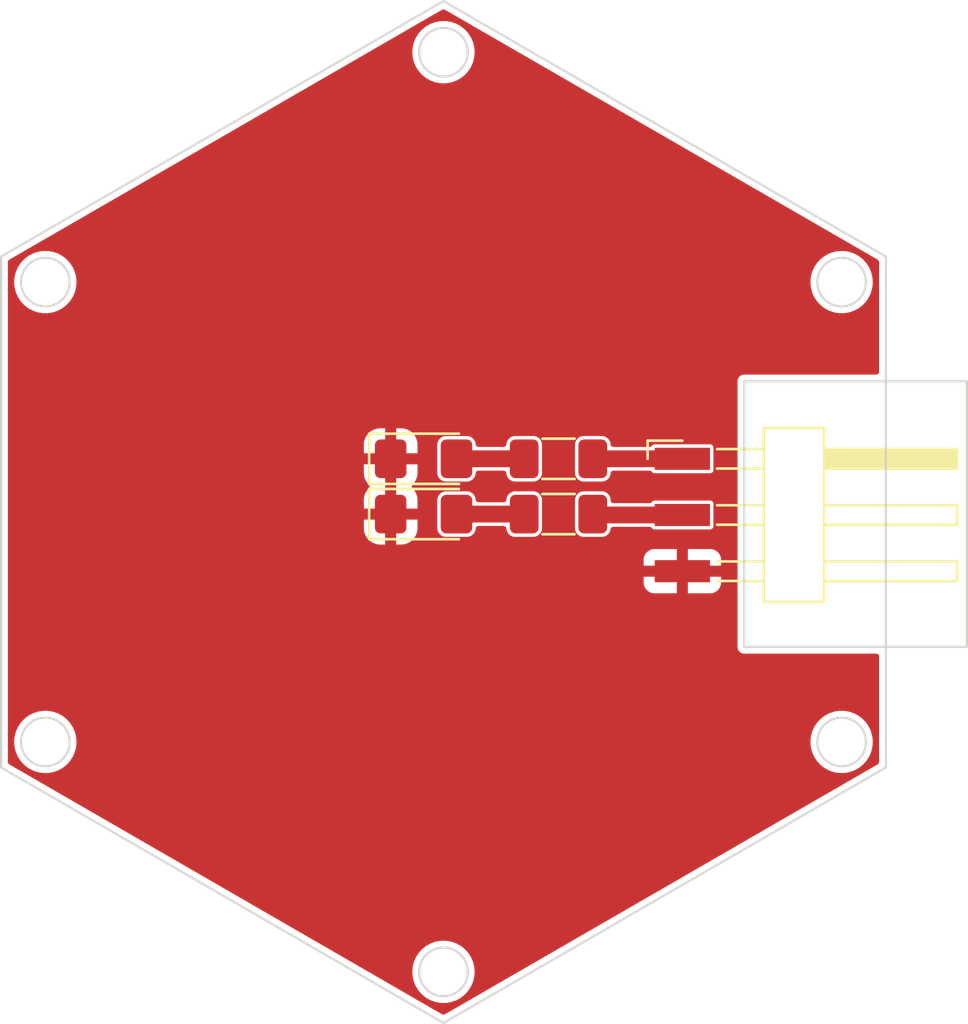
<source format=kicad_pcb>
(kicad_pcb (version 20240108) (generator "pcbnew") (generator_version "8.0")
  (layers (0 "F.Cu" signal) (31 "B.Cu" signal) (34 "B.Paste" user) (35 "F.Paste" user) (36 "B.SilkS" user "B.Silkscreen") (37 "F.SilkS" user "F.Silkscreen") (38 "B.Mask" user) (39 "F.Mask" user) (44 "Edge.Cuts" user))
  (net 0 "")
  (net 1 "GND")
  (net 2 "Net-(D3-A)")
  (net 3 "Net-(D4-A)")
  (net 4 "Net-(J1-Pin_2)")
  (net 5 "Net-(J1-Pin_1)")
  (footprint "LED_SMD:LED_1206_3216Metric_Pad1.42x1.75mm_HandSolder" (layer "F.Cu") (at 149.26 97.698621)
    (property "Reference" "D4" (hide yes))
    (property "Value" "LED")
    (fp_line (start -2.46 -1.135) (end -2.46 1.135) (stroke (width 0.12)) (layer "F.SilkS"))
    (fp_line (start -2.46 1.135) (end 1.6 1.135) (stroke (width 0.12)) (layer "F.SilkS"))
    (fp_line (start 1.6 -1.135) (end -2.46 -1.135) (stroke (width 0.12)) (layer "F.SilkS"))
    (pad "1" smd roundrect (at -1.4875 0) (size 1.425 1.75) (layers "F.Cu" "F.Paste" "F.Mask") (roundrect_rratio 0.175439) (net 1 "GND"))
    (pad "2" smd roundrect (at 1.4875 0) (size 1.425 1.75) (layers "F.Cu" "F.Paste" "F.Mask") (roundrect_rratio 0.175439) (net 3 "Net-(D4-A)"))
  )
  (footprint "Resistor_SMD:R_1206_3216Metric_Pad1.30x1.75mm_HandSolder" (layer "F.Cu") (at 155.36 100.198621 180)
    (property "Reference" "R2" (hide yes))
    (property "Value" "1K")
    (fp_line (start -0.727064 0.91) (end 0.727064 0.91) (stroke (width 0.12)) (layer "F.SilkS"))
    (fp_line (start -0.727064 -0.91) (end 0.727064 -0.91) (stroke (width 0.12)) (layer "F.SilkS"))
    (pad "1" smd roundrect (at -1.55 0 180) (size 1.3 1.75) (layers "F.Cu" "F.Paste" "F.Mask") (roundrect_rratio 0.192308) (net 4 "Net-(J1-Pin_2)"))
    (pad "2" smd roundrect (at 1.55 0 180) (size 1.3 1.75) (layers "F.Cu" "F.Paste" "F.Mask") (roundrect_rratio 0.192308) (net 2 "Net-(D3-A)"))
  )
  (footprint "Resistor_SMD:R_1206_3216Metric_Pad1.30x1.75mm_HandSolder" (layer "F.Cu") (at 155.36 97.698621 180)
    (property "Reference" "R1" (hide yes))
    (property "Value" "1K")
    (fp_line (start -0.727064 0.91) (end 0.727064 0.91) (stroke (width 0.12)) (layer "F.SilkS"))
    (fp_line (start -0.727064 -0.91) (end 0.727064 -0.91) (stroke (width 0.12)) (layer "F.SilkS"))
    (pad "1" smd roundrect (at -1.55 0 180) (size 1.3 1.75) (layers "F.Cu" "F.Paste" "F.Mask") (roundrect_rratio 0.192308) (net 5 "Net-(J1-Pin_1)"))
    (pad "2" smd roundrect (at 1.55 0 180) (size 1.3 1.75) (layers "F.Cu" "F.Paste" "F.Mask") (roundrect_rratio 0.192308) (net 3 "Net-(D4-A)"))
  )
  (footprint "LED_SMD:LED_1206_3216Metric_Pad1.42x1.75mm_HandSolder" (layer "F.Cu") (at 149.26 100.198621)
    (property "Reference" "D3" (hide yes))
    (property "Value" "LED")
    (fp_line (start -2.46 -1.135) (end -2.46 1.135) (stroke (width 0.12)) (layer "F.SilkS"))
    (fp_line (start -2.46 1.135) (end 1.6 1.135) (stroke (width 0.12)) (layer "F.SilkS"))
    (fp_line (start 1.6 -1.135) (end -2.46 -1.135) (stroke (width 0.12)) (layer "F.SilkS"))
    (pad "1" smd roundrect (at -1.4875 0) (size 1.425 1.75) (layers "F.Cu" "F.Paste" "F.Mask") (roundrect_rratio 0.175439) (net 1 "GND"))
    (pad "2" smd roundrect (at 1.4875 0) (size 1.425 1.75) (layers "F.Cu" "F.Paste" "F.Mask") (roundrect_rratio 0.175439) (net 2 "Net-(D3-A)"))
  )
  (footprint "Connector_Harwin:Harwin_M20-89003xx_1x03_P2.54mm_Horizontal" (layer "F.Cu") (at 166.485 100.238621)
    (property "Reference" "J1" (hide yes))
    (property "Value" "Conn_01x03_Pin")
    (fp_line (start -7.095 -3.36) (end -5.525 -3.36) (stroke (width 0.12)) (layer "F.SilkS"))
    (fp_line (start -7.095 -2.54) (end -7.095 -3.36) (stroke (width 0.12)) (layer "F.SilkS"))
    (fp_line (start -3.955 -2.98) (end -1.845 -2.98) (stroke (width 0.12)) (layer "F.SilkS"))
    (fp_line (start -3.955 -2.1) (end -1.845 -2.1) (stroke (width 0.12)) (layer "F.SilkS"))
    (fp_line (start -3.955 -0.44) (end -1.845 -0.44) (stroke (width 0.12)) (layer "F.SilkS"))
    (fp_line (start -3.955 0.44) (end -1.845 0.44) (stroke (width 0.12)) (layer "F.SilkS"))
    (fp_line (start -3.955 2.1) (end -1.845 2.1) (stroke (width 0.12)) (layer "F.SilkS"))
    (fp_line (start -3.955 2.98) (end -1.845 2.98) (stroke (width 0.12)) (layer "F.SilkS"))
    (fp_line (start -1.845 -3.93) (end 0.895 -3.93) (stroke (width 0.12)) (layer "F.SilkS"))
    (fp_line (start -1.845 3.93) (end -1.845 -3.93) (stroke (width 0.12)) (layer "F.SilkS"))
    (fp_line (start 0.895 -3.93) (end 0.895 3.93) (stroke (width 0.12)) (layer "F.SilkS"))
    (fp_line (start 0.895 -2.98) (end 6.895 -2.98) (stroke (width 0.12)) (layer "F.SilkS"))
    (fp_line (start 0.895 -0.44) (end 6.895 -0.44) (stroke (width 0.12)) (layer "F.SilkS"))
    (fp_line (start 0.895 2.1) (end 6.895 2.1) (stroke (width 0.12)) (layer "F.SilkS"))
    (fp_line (start 0.895 3.93) (end -1.845 3.93) (stroke (width 0.12)) (layer "F.SilkS"))
    (fp_line (start 6.895 -2.98) (end 6.895 -2.1) (stroke (width 0.12)) (layer "F.SilkS"))
    (fp_line (start 6.895 -2.1) (end 0.895 -2.1) (stroke (width 0.12)) (layer "F.SilkS"))
    (fp_line (start 6.895 -0.44) (end 6.895 0.44) (stroke (width 0.12)) (layer "F.SilkS"))
    (fp_line (start 6.895 0.44) (end 0.895 0.44) (stroke (width 0.12)) (layer "F.SilkS"))
    (fp_line (start 6.895 2.1) (end 6.895 2.98) (stroke (width 0.12)) (layer "F.SilkS"))
    (fp_line (start 6.895 2.98) (end 0.895 2.98) (stroke (width 0.12)) (layer "F.SilkS"))
    (pad "" smd rect (at 3.895 -2.54) (size 6 0.76) (layers "F.SilkS"))
    (pad "1" smd rect (at -5.525 -2.54) (size 2.5 1) (layers "F.Cu" "F.Paste" "F.Mask") (net 5 "Net-(J1-Pin_1)"))
    (pad "2" smd rect (at -5.525 0) (size 2.5 1) (layers "F.Cu" "F.Paste" "F.Mask") (net 4 "Net-(J1-Pin_2)"))
    (pad "3" smd rect (at -5.525 2.54) (size 2.5 1) (layers "F.Cu" "F.Paste" "F.Mask") (net 1 "GND"))
  )
  (gr_line (start 130.16 88.557605) (end 130.16 111.651615) (stroke (width 0.1)) (layer "Edge.Cuts"))
  (gr_circle (center 168.16 110.496915) (end 169.26 110.496915) (stroke (width 0.1)) (fill none) (layer "Edge.Cuts"))
  (gr_line (start 130.16 111.651615) (end 150.16 123.198621) (stroke (width 0.1)) (layer "Edge.Cuts"))
  (gr_circle (center 168.16 89.712305) (end 169.26 89.712305) (stroke (width 0.1)) (fill none) (layer "Edge.Cuts"))
  (gr_circle (center 132.16 89.712305) (end 133.26 89.712305) (stroke (width 0.1)) (fill none) (layer "Edge.Cuts"))
  (gr_line (start 150.16 77.010599) (end 130.16 88.557605) (stroke (width 0.1)) (layer "Edge.Cuts"))
  (gr_line (start 170.16 88.557605) (end 150.16 77.010599) (stroke (width 0.1)) (layer "Edge.Cuts"))
  (gr_circle (center 150.16 79.32) (end 151.26 79.32) (stroke (width 0.1)) (fill none) (layer "Edge.Cuts"))
  (gr_circle (center 150.16 120.88922) (end 151.26 120.88922) (stroke (width 0.1)) (fill none) (layer "Edge.Cuts"))
  (gr_line (start 170.16 111.651615) (end 170.16 88.557605) (stroke (width 0.1)) (layer "Edge.Cuts"))
  (gr_line (start 150.16 123.198621) (end 170.16 111.651615) (stroke (width 0.1)) (layer "Edge.Cuts"))
  (gr_rect (start 163.76 94.198621) (end 173.825 106.198621) (stroke (width 0.1)) (fill none) (layer "Edge.Cuts"))
  (gr_circle (center 132.16 110.496915) (end 133.26 110.496915) (stroke (width 0.1)) (fill none) (layer "Edge.Cuts"))
  (segment (start 153.81 100.198621) (end 150.7475 100.198621) (width 0.762) (layer "F.Cu") (net 2))
  (segment (start 153.81 97.698621) (end 150.7475 97.698621) (width 0.762) (layer "F.Cu") (net 3))
  (segment (start 156.95 100.238621) (end 156.91 100.198621) (width 0.762) (layer "F.Cu") (net 4))
  (segment (start 160.96 100.238621) (end 156.95 100.238621) (width 0.762) (layer "F.Cu") (net 4))
  (segment (start 160.96 97.698621) (end 156.91 97.698621) (width 0.762) (layer "F.Cu") (net 5))
  (zone (net 1) (net_name "GND") (layer "F.Cu") (connect_pads (clearance 0.1524)) (min_thickness 0.25) (fill yes (thermal_gap 0.5) (thermal_bridge_width 0.5))
    (polygon (pts (xy 130.16 88.557605) (xy 150.16 77.010599) (xy 170.16 88.557605) (xy 170.16 111.651615) (xy 150.16 123.198621) (xy 130.16 111.651615)))
  )
)
</source>
